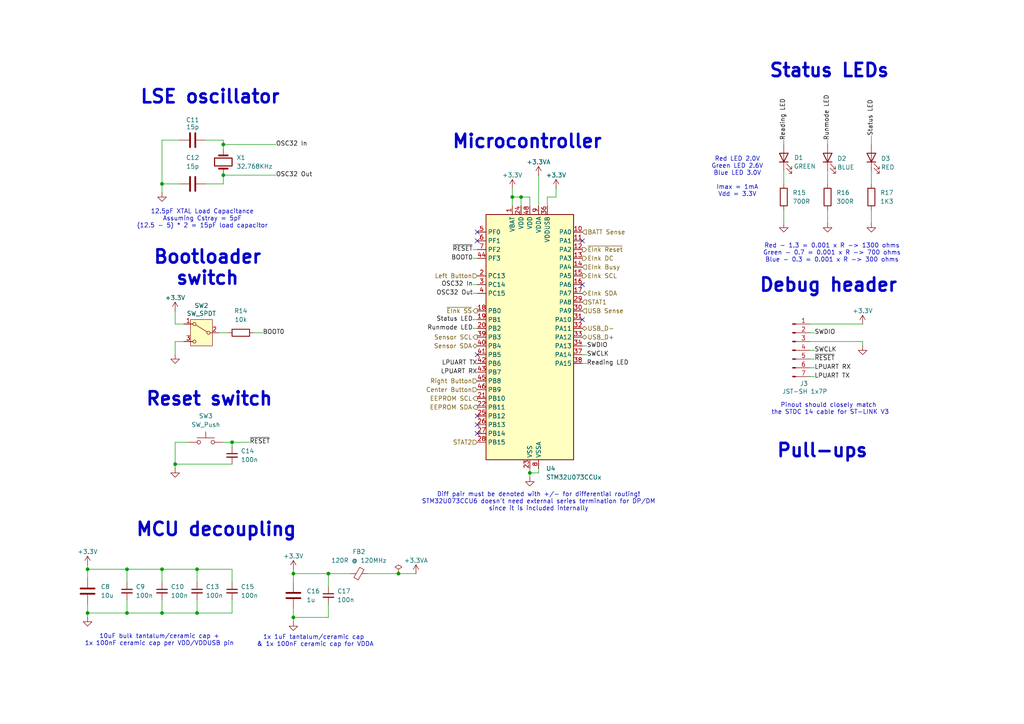
<source format=kicad_sch>
(kicad_sch (version 20250114) (generator "eeschema") (generator_version "9.0")
  (paper "A4")
  (title_block (title "Tiny Ambient Tracker - microcontroller"))
  (lib_symbols
    (symbol "Connector:Conn_01x07_Pin" (pin_names (offset 1.016) (hide yes))
      (property "Reference" "J" (at 0 10.16 0))
      (property "Value" "Conn_01x07_Pin" (at 0 -10.16 0))
      (symbol "Conn_01x07_Pin_1_1"
        (rectangle (start 0.8636 7.747) (end 0 7.493) (stroke (width 0.1524)) (fill (type outline)))
        (rectangle (start 0.8636 5.207) (end 0 4.953) (stroke (width 0.1524)) (fill (type outline)))
        (rectangle (start 0.8636 2.667) (end 0 2.413) (stroke (width 0.1524)) (fill (type outline)))
        (rectangle (start 0.8636 0.127) (end 0 -0.127) (stroke (width 0.1524)) (fill (type outline)))
        (rectangle (start 0.8636 -2.413) (end 0 -2.667) (stroke (width 0.1524)) (fill (type outline)))
        (rectangle (start 0.8636 -4.953) (end 0 -5.207) (stroke (width 0.1524)) (fill (type outline)))
        (rectangle (start 0.8636 -7.493) (end 0 -7.747) (stroke (width 0.1524)) (fill (type outline)))
        (polyline (pts (xy 1.27 7.62) (xy 0.8636 7.62)) (stroke (width 0.1524)))
        (polyline (pts (xy 1.27 5.08) (xy 0.8636 5.08)) (stroke (width 0.1524)))
        (polyline (pts (xy 1.27 2.54) (xy 0.8636 2.54)) (stroke (width 0.1524)))
        (polyline (pts (xy 1.27 0) (xy 0.8636 0)) (stroke (width 0.1524)))
        (polyline (pts (xy 1.27 -2.54) (xy 0.8636 -2.54)) (stroke (width 0.1524)))
        (polyline (pts (xy 1.27 -5.08) (xy 0.8636 -5.08)) (stroke (width 0.1524)))
        (polyline (pts (xy 1.27 -7.62) (xy 0.8636 -7.62)) (stroke (width 0.1524)))
        (pin passive line (at 5.08 7.62 180) (length 3.81) (name "Pin_1") (number "1"))
        (pin passive line (at 5.08 5.08 180) (length 3.81) (name "Pin_2") (number "2"))
        (pin passive line (at 5.08 2.54 180) (length 3.81) (name "Pin_3") (number "3"))
        (pin passive line (at 5.08 0 180) (length 3.81) (name "Pin_4") (number "4"))
        (pin passive line (at 5.08 -2.54 180) (length 3.81) (name "Pin_5") (number "5"))
        (pin passive line (at 5.08 -5.08 180) (length 3.81) (name "Pin_6") (number "6"))
        (pin passive line (at 5.08 -7.62 180) (length 3.81) (name "Pin_7") (number "7"))
      )
    )
    (symbol "Device:C" (pin_numbers (hide yes)) (pin_names (offset 0.254))
      (property "Reference" "C" (at 0.635 2.54 0))
      (property "Value" "C" (at 0.635 -2.54 0))
      (symbol "C_0_1"
        (polyline (pts (xy -2.032 0.762) (xy 2.032 0.762)) (stroke (width 0.508)))
        (polyline (pts (xy -2.032 -0.762) (xy 2.032 -0.762)) (stroke (width 0.508)))
      )
      (symbol "C_1_1"
        (pin passive line (at 0 3.81 270) (length 2.794) (name "~") (number "1"))
        (pin passive line (at 0 -3.81 90) (length 2.794) (name "~") (number "2"))
      )
    )
    (symbol "Device:C_Small" (pin_numbers (hide yes)) (pin_names (offset 0.254) (hide yes))
      (property "Reference" "C" (at 0.254 1.778 0))
      (property "Value" "C_Small" (at 0.254 -2.032 0))
      (symbol "C_Small_0_1"
        (polyline (pts (xy -1.524 0.508) (xy 1.524 0.508)) (stroke (width 0.3048)))
        (polyline (pts (xy -1.524 -0.508) (xy 1.524 -0.508)) (stroke (width 0.3302)))
      )
      (symbol "C_Small_1_1"
        (pin passive line (at 0 2.54 270) (length 2.032) (name "~") (number "1"))
        (pin passive line (at 0 -2.54 90) (length 2.032) (name "~") (number "2"))
      )
    )
    (symbol "Device:Crystal" (pin_numbers (hide yes)) (pin_names (offset 1.016) (hide yes))
      (property "Reference" "Y" (at 0 3.81 0))
      (property "Value" "Crystal" (at 0 -3.81 0))
      (symbol "Crystal_0_1"
        (polyline (pts (xy -2.54 0) (xy -1.905 0)))
        (polyline (pts (xy -1.905 -1.27) (xy -1.905 1.27)) (stroke (width 0.508)))
        (rectangle (start -1.143 2.54) (end 1.143 -2.54) (stroke (width 0.3048)))
        (polyline (pts (xy 1.905 -1.27) (xy 1.905 1.27)) (stroke (width 0.508)))
        (polyline (pts (xy 2.54 0) (xy 1.905 0)))
      )
      (symbol "Crystal_1_1"
        (pin passive line (at -3.81 0 0) (length 1.27) (name "1") (number "1"))
        (pin passive line (at 3.81 0 180) (length 1.27) (name "2") (number "2"))
      )
    )
    (symbol "Device:FerriteBead_Small" (pin_numbers (hide yes)) (pin_names (offset 0))
      (property "Reference" "FB" (at 1.905 1.27 0))
      (property "Value" "FerriteBead_Small" (at 1.905 -1.27 0))
      (symbol "FerriteBead_Small_0_1"
        (polyline (pts (xy -1.8288 0.2794) (xy -1.1176 1.4986) (xy 1.8288 -0.2032) (xy 1.1176 -1.4224) (xy -1.8288 0.2794)))
        (polyline (pts (xy 0 0.889) (xy 0 1.2954)))
        (polyline (pts (xy 0 -1.27) (xy 0 -0.7874)))
      )
      (symbol "FerriteBead_Small_1_1"
        (pin passive line (at 0 2.54 270) (length 1.27) (name "~") (number "1"))
        (pin passive line (at 0 -2.54 90) (length 1.27) (name "~") (number "2"))
      )
    )
    (symbol "Device:LED" (pin_numbers (hide yes)) (pin_names (offset 1.016) (hide yes))
      (property "Reference" "D" (at 0 2.54 0))
      (property "Value" "LED" (at 0 -2.54 0))
      (symbol "LED_0_1"
        (polyline (pts (xy -3.048 -0.762) (xy -4.572 -2.286) (xy -3.81 -2.286) (xy -4.572 -2.286) (xy -4.572 -1.524)))
        (polyline (pts (xy -1.778 -0.762) (xy -3.302 -2.286) (xy -2.54 -2.286) (xy -3.302 -2.286) (xy -3.302 -1.524)))
        (polyline (pts (xy -1.27 0) (xy 1.27 0)))
        (polyline (pts (xy -1.27 -1.27) (xy -1.27 1.27)) (stroke (width 0.254)))
        (polyline (pts (xy 1.27 -1.27) (xy 1.27 1.27) (xy -1.27 0) (xy 1.27 -1.27)) (stroke (width 0.254)))
      )
      (symbol "LED_1_1"
        (pin passive line (at -3.81 0 0) (length 2.54) (name "K") (number "1"))
        (pin passive line (at 3.81 0 180) (length 2.54) (name "A") (number "2"))
      )
    )
    (symbol "Device:R" (pin_numbers (hide yes)) (pin_names (offset 0))
      (property "Reference" "R" (at 2.032 0 90))
      (property "Value" "R" (at 0 0 90))
      (symbol "R_0_1"
        (rectangle (start -1.016 -2.54) (end 1.016 2.54) (stroke (width 0.254)))
      )
      (symbol "R_1_1"
        (pin passive line (at 0 3.81 270) (length 1.27) (name "~") (number "1"))
        (pin passive line (at 0 -3.81 90) (length 1.27) (name "~") (number "2"))
      )
    )
    (symbol "MCU_ST_STM32U0:STM32U073CCUx"
      (property "Reference" "U" (at -12.7 36.83 0))
      (property "Value" "STM32U073CCUx" (at 7.62 36.83 0))
      (symbol "STM32U073CCUx_0_1"
        (rectangle (start -12.7 -35.56) (end 12.7 35.56) (stroke (width 0.254)) (fill (type background)))
      )
      (symbol "STM32U073CCUx_1_1"
        (pin bidirectional line (at -15.24 30.48 0) (length 2.54) (name "PF0") (number "5"))
        (pin bidirectional line (at -15.24 27.94 0) (length 2.54) (name "PF1") (number "6"))
        (pin bidirectional line (at -15.24 25.4 0) (length 2.54) (name "PF2") (number "7"))
        (pin bidirectional line (at -15.24 22.86 0) (length 2.54) (name "PF3") (number "44"))
        (pin bidirectional line (at -15.24 17.78 0) (length 2.54) (name "PC13") (number "2"))
        (pin bidirectional line (at -15.24 15.24 0) (length 2.54) (name "PC14") (number "3"))
        (pin bidirectional line (at -15.24 12.7 0) (length 2.54) (name "PC15") (number "4"))
        (pin bidirectional line (at -15.24 7.62 0) (length 2.54) (name "PB0") (number "18"))
        (pin bidirectional line (at -15.24 5.08 0) (length 2.54) (name "PB1") (number "19"))
        (pin bidirectional line (at -15.24 2.54 0) (length 2.54) (name "PB2") (number "20"))
        (pin bidirectional line (at -15.24 0 0) (length 2.54) (name "PB3") (number "39"))
        (pin bidirectional line (at -15.24 -2.54 0) (length 2.54) (name "PB4") (number "40"))
        (pin bidirectional line (at -15.24 -5.08 0) (length 2.54) (name "PB5") (number "41"))
        (pin bidirectional line (at -15.24 -7.62 0) (length 2.54) (name "PB6") (number "42"))
        (pin bidirectional line (at -15.24 -10.16 0) (length 2.54) (name "PB7") (number "43"))
        (pin bidirectional line (at -15.24 -12.7 0) (length 2.54) (name "PB8") (number "45"))
        (pin bidirectional line (at -15.24 -15.24 0) (length 2.54) (name "PB9") (number "46"))
        (pin bidirectional line (at -15.24 -17.78 0) (length 2.54) (name "PB10") (number "21"))
        (pin bidirectional line (at -15.24 -20.32 0) (length 2.54) (name "PB11") (number "22"))
        (pin bidirectional line (at -15.24 -22.86 0) (length 2.54) (name "PB12") (number "25"))
        (pin bidirectional line (at -15.24 -25.4 0) (length 2.54) (name "PB13") (number "26"))
        (pin bidirectional line (at -15.24 -27.94 0) (length 2.54) (name "PB14") (number "27"))
        (pin bidirectional line (at -15.24 -30.48 0) (length 2.54) (name "PB15") (number "28"))
        (pin power_in line (at -5.08 38.1 270) (length 2.54) (name "VBAT") (number "1"))
        (pin power_in line (at -2.54 38.1 270) (length 2.54) (name "VDD") (number "24"))
        (pin power_in line (at 0 38.1 270) (length 2.54) (name "VDD") (number "48"))
        (pin power_in line (at 0 -38.1 90) (length 2.54) (name "VSS") (number "23"))
        (pin passive line (at 0 -38.1 90) (length 2.54) (hide yes) (name "VSS") (number "35"))
        (pin passive line (at 0 -38.1 90) (length 2.54) (hide yes) (name "VSS") (number "47"))
        (pin passive line (at 0 -38.1 90) (length 2.54) (hide yes) (name "VSS") (number "49"))
        (pin power_in line (at 2.54 38.1 270) (length 2.54) (name "VDDA") (number "9"))
        (pin power_in line (at 2.54 -38.1 90) (length 2.54) (name "VSSA") (number "8"))
        (pin power_in line (at 5.08 38.1 270) (length 2.54) (name "VDDUSB") (number "36"))
        (pin bidirectional line (at 15.24 30.48 180) (length 2.54) (name "PA0") (number "10"))
        (pin bidirectional line (at 15.24 27.94 180) (length 2.54) (name "PA1") (number "11"))
        (pin bidirectional line (at 15.24 25.4 180) (length 2.54) (name "PA2") (number "12"))
        (pin bidirectional line (at 15.24 22.86 180) (length 2.54) (name "PA3") (number "13"))
        (pin bidirectional line (at 15.24 20.32 180) (length 2.54) (name "PA4") (number "14"))
        (pin bidirectional line (at 15.24 17.78 180) (length 2.54) (name "PA5") (number "15"))
        (pin bidirectional line (at 15.24 15.24 180) (length 2.54) (name "PA6") (number "16"))
        (pin bidirectional line (at 15.24 12.7 180) (length 2.54) (name "PA7") (number "17"))
        (pin bidirectional line (at 15.24 10.16 180) (length 2.54) (name "PA8") (number "29"))
        (pin bidirectional line (at 15.24 7.62 180) (length 2.54) (name "PA9") (number "30"))
        (pin bidirectional line (at 15.24 5.08 180) (length 2.54) (name "PA10") (number "31"))
        (pin bidirectional line (at 15.24 2.54 180) (length 2.54) (name "PA11") (number "32"))
        (pin bidirectional line (at 15.24 0 180) (length 2.54) (name "PA12") (number "33"))
        (pin bidirectional line (at 15.24 -2.54 180) (length 2.54) (name "PA13") (number "34"))
        (pin bidirectional line (at 15.24 -5.08 180) (length 2.54) (name "PA14") (number "37"))
        (pin bidirectional line (at 15.24 -7.62 180) (length 2.54) (name "PA15") (number "38"))
      )
    )
    (symbol "Switch:SW_Push" (pin_numbers (hide yes)) (pin_names (offset 1.016) (hide yes))
      (property "Reference" "SW" (at 1.27 2.54 0))
      (property "Value" "SW_Push" (at 0 -1.524 0))
      (symbol "SW_Push_0_1"
        (circle (center -2.032 0) (radius 0.508))
        (polyline (pts (xy 0 1.27) (xy 0 3.048)))
        (circle (center 2.032 0) (radius 0.508))
        (polyline (pts (xy 2.54 1.27) (xy -2.54 1.27)))
        (pin passive line (at -5.08 0 0) (length 2.54) (name "1") (number "1"))
        (pin passive line (at 5.08 0 180) (length 2.54) (name "2") (number "2"))
      )
    )
    (symbol "Switch:SW_SPDT" (pin_names (offset 0) (hide yes))
      (property "Reference" "SW" (at 0 5.08 0))
      (property "Value" "SW_SPDT" (at 0 -5.08 0))
      (symbol "SW_SPDT_0_1"
        (circle (center -2.032 0) (radius 0.4572))
        (polyline (pts (xy -1.651 0.254) (xy 1.651 2.286)))
        (circle (center 2.032 2.54) (radius 0.4572))
        (circle (center 2.032 -2.54) (radius 0.4572))
      )
      (symbol "SW_SPDT_1_1"
        (rectangle (start -3.175 3.81) (end 3.175 -3.81) (fill (type background)))
        (pin passive line (at -5.08 0 0) (length 2.54) (name "B") (number "2"))
        (pin passive line (at 5.08 2.54 180) (length 2.54) (name "A") (number "1"))
        (pin passive line (at 5.08 -2.54 180) (length 2.54) (name "C") (number "3"))
      )
    )
    (symbol "power:+3.3V" (power) (pin_numbers (hide yes)) (pin_names (offset 0) (hide yes))
      (property "Value" "+3.3V" (at 0 3.556 0))
      (symbol "+3.3V_0_1"
        (polyline (pts (xy -0.762 1.27) (xy 0 2.54)))
        (polyline (pts (xy 0 2.54) (xy 0.762 1.27)))
        (polyline (pts (xy 0 0) (xy 0 2.54)))
      )
      (symbol "+3.3V_1_1"
        (pin power_in line (at 0 0 90) (length 0) (name "~") (number "1"))
      )
    )
    (symbol "power:+3.3VA" (power) (pin_numbers (hide yes)) (pin_names (offset 0) (hide yes))
      (property "Value" "+3.3VA" (at 0 3.556 0))
      (symbol "+3.3VA_0_1"
        (polyline (pts (xy -0.762 1.27) (xy 0 2.54)))
        (polyline (pts (xy 0 2.54) (xy 0.762 1.27)))
        (polyline (pts (xy 0 0) (xy 0 2.54)))
      )
      (symbol "+3.3VA_1_1"
        (pin power_in line (at 0 0 90) (length 0) (name "~") (number "1"))
      )
    )
    (symbol "power:GND" (power) (pin_numbers (hide yes)) (pin_names (offset 0) (hide yes))
      (property "Value" "GND" (at 0 -3.81 0))
      (symbol "GND_0_1"
        (polyline (pts (xy 0 0) (xy 0 -1.27) (xy 1.27 -1.27) (xy 0 -2.54) (xy -1.27 -1.27) (xy 0 -1.27)))
      )
      (symbol "GND_1_1"
        (pin power_in line (at 0 0 270) (length 0) (name "~") (number "1"))
      )
    )
    (symbol "power:PWR_FLAG" (power) (pin_numbers (hide yes)) (pin_names (offset 0) (hide yes))
      (property "Value" "PWR_FLAG" (at 0 3.81 0))
      (symbol "PWR_FLAG_0_0"
        (pin power_out line (at 0 0 90) (length 0) (name "~") (number "1"))
      )
      (symbol "PWR_FLAG_0_1"
        (polyline (pts (xy 0 0) (xy 0 1.27) (xy -1.016 1.905) (xy 0 2.54) (xy 1.016 1.905) (xy 0 1.27)))
      )
    )
  )
  (text "LSE oscillator" (at 60.96 28.194 0) (effects (font (size 3.81 3.81) (thickness 0.762) (bold yes))))
  (text "Red - 1.3 = 0.001 x R -> 1300 ohms\nGreen - 0.7 = 0.001 x R -> 700 ohms\nBlue - 0.3 = 0.001 x R -> 300 ohms" (at 241.3 73.406 0) (effects (font (size 1.27 1.27))))
  (text "12.5pF XTAL Load Capacitance\nAssuming Cstray = 5pF\n(12.5 - 5) * 2 = 15pF load capacitor" (at 58.674 63.5 0) (effects (font (size 1.27 1.27))))
  (text "1x 1uF tantalum/ceramic cap \n& 1x 100nF ceramic cap for VDDA" (at 91.44 185.928 0) (effects (font (size 1.27 1.27))))
  (text "Reset switch" (at 60.706 115.824 0) (effects (font (size 3.81 3.81) (thickness 0.762) (bold yes))))
  (text "Diff pair must be denoted with +/- for differential routing!\nSTM32U073CCU6 doesn't need external series termination for DP/DM\nsince it is included internally" (at 156.21 145.542 0) (effects (font (size 1.27 1.27))))
  (text "Microcontroller" (at 152.908 41.148 0) (effects (font (size 3.81 3.81) (thickness 0.762) (bold yes))))
  (text "Red LED 2.0V\nGreen LED 2.6V\nBlue LED 3.0V\n\nImax = 1mA\nVdd = 3.3V" (at 213.868 51.308 0) (effects (font (size 1.27 1.27))))
  (text "MCU decoupling" (at 62.738 153.67 0) (effects (font (size 3.81 3.81) (thickness 0.762) (bold yes))))
  (text "Debug header" (at 240.284 82.804 0) (effects (font (size 3.81 3.81) (thickness 0.762) (bold yes))))
  (text "Bootloader\nswitch" (at 60.198 77.724 0) (effects (font (size 3.81 3.81) (thickness 0.762) (bold yes))))
  (text "Pinout should closely match \nthe STDC 14 cable for ST-LINK V3" (at 240.792 118.618 0) (effects (font (size 1.27 1.27))))
  (text "Status LEDs" (at 240.538 20.574 0) (effects (font (size 3.81 3.81) (thickness 0.762) (bold yes))))
  (text "10uF bulk tantalum/ceramic cap +\n1x 100nF ceramic cap per VDD/VDDUSB pin\n" (at 46.228 185.674 0) (effects (font (size 1.27 1.27))))
  (text "Pull-ups" (at 238.506 130.81 0) (effects (font (size 3.81 3.81) (thickness 0.762) (bold yes))))
  (junction (at 50.8 134.62))
  (junction (at 46.99 53.34))
  (junction (at 25.4 165.1))
  (junction (at 115.57 166.37))
  (junction (at 64.77 41.91))
  (junction (at 64.77 50.8))
  (junction (at 85.09 179.07))
  (junction (at 36.83 165.1))
  (junction (at 151.13 57.15))
  (junction (at 148.59 57.15))
  (junction (at 85.09 166.37))
  (junction (at 25.4 177.8))
  (junction (at 153.67 137.16))
  (junction (at 57.15 165.1))
  (junction (at 46.99 165.1))
  (junction (at 67.31 128.27))
  (junction (at 46.99 177.8))
  (junction (at 95.25 166.37))
  (junction (at 57.15 177.8))
  (junction (at 36.83 177.8))
  (no_connect (at 138.43 123.19))
  (no_connect (at 138.43 69.85))
  (no_connect (at 138.43 120.65))
  (no_connect (at 138.43 67.31))
  (no_connect (at 138.43 125.73))
  (no_connect (at 138.43 102.87))
  (no_connect (at 168.91 69.85))
  (no_connect (at 168.91 82.55))
  (no_connect (at 168.91 92.71))
  (wire (pts (xy 50.8 93.98) (xy 53.34 93.98)))
  (wire (pts (xy 52.07 40.64) (xy 46.99 40.64)))
  (wire (pts (xy 106.68 166.37) (xy 115.57 166.37)))
  (wire (pts (xy 67.31 165.1) (xy 57.15 165.1)))
  (wire (pts (xy 64.77 50.8) (xy 80.01 50.8)))
  (wire (pts (xy 156.21 137.16) (xy 153.67 137.16)))
  (wire (pts (xy 148.59 54.61) (xy 148.59 57.15)))
  (wire (pts (xy 153.67 137.16) (xy 153.67 138.43)))
  (wire (pts (xy 137.16 82.55) (xy 138.43 82.55)))
  (wire (pts (xy 36.83 173.99) (xy 36.83 177.8)))
  (wire (pts (xy 46.99 168.91) (xy 46.99 165.1)))
  (wire (pts (xy 50.8 135.89) (xy 50.8 134.62)))
  (wire (pts (xy 252.73 60.96) (xy 252.73 64.77)))
  (wire (pts (xy 148.59 57.15) (xy 151.13 57.15)))
  (wire (pts (xy 50.8 99.06) (xy 50.8 102.87)))
  (wire (pts (xy 115.57 166.37) (xy 120.65 166.37)))
  (wire (pts (xy 252.73 49.53) (xy 252.73 53.34)))
  (wire (pts (xy 161.29 54.61) (xy 161.29 57.15)))
  (wire (pts (xy 137.16 92.71) (xy 138.43 92.71)))
  (wire (pts (xy 46.99 173.99) (xy 46.99 177.8)))
  (wire (pts (xy 64.77 41.91) (xy 80.01 41.91)))
  (wire (pts (xy 64.77 128.27) (xy 67.31 128.27)))
  (wire (pts (xy 153.67 135.89) (xy 153.67 137.16)))
  (wire (pts (xy 64.77 41.91) (xy 64.77 40.64)))
  (wire (pts (xy 95.25 166.37) (xy 101.6 166.37)))
  (wire (pts (xy 57.15 165.1) (xy 57.15 168.91)))
  (wire (pts (xy 151.13 57.15) (xy 153.67 57.15)))
  (wire (pts (xy 170.18 105.41) (xy 168.91 105.41)))
  (wire (pts (xy 64.77 50.8) (xy 64.77 53.34)))
  (wire (pts (xy 234.95 101.6) (xy 236.22 101.6)))
  (wire (pts (xy 85.09 179.07) (xy 85.09 180.34)))
  (wire (pts (xy 25.4 175.26) (xy 25.4 177.8)))
  (wire (pts (xy 67.31 173.99) (xy 67.31 177.8)))
  (wire (pts (xy 67.31 128.27) (xy 72.39 128.27)))
  (wire (pts (xy 170.18 100.33) (xy 168.91 100.33)))
  (wire (pts (xy 36.83 165.1) (xy 36.83 168.91)))
  (wire (pts (xy 250.19 100.33) (xy 250.19 99.06)))
  (wire (pts (xy 156.21 50.8) (xy 156.21 59.69)))
  (wire (pts (xy 85.09 166.37) (xy 85.09 168.91)))
  (wire (pts (xy 59.69 40.64) (xy 64.77 40.64)))
  (wire (pts (xy 153.67 59.69) (xy 153.67 57.15)))
  (wire (pts (xy 46.99 165.1) (xy 36.83 165.1)))
  (wire (pts (xy 67.31 168.91) (xy 67.31 165.1)))
  (wire (pts (xy 64.77 43.18) (xy 64.77 41.91)))
  (wire (pts (xy 59.69 53.34) (xy 64.77 53.34)))
  (wire (pts (xy 234.95 96.52) (xy 236.22 96.52)))
  (wire (pts (xy 156.21 135.89) (xy 156.21 137.16)))
  (wire (pts (xy 227.33 40.64) (xy 227.33 41.91)))
  (wire (pts (xy 95.25 179.07) (xy 95.25 175.26)))
  (wire (pts (xy 151.13 57.15) (xy 151.13 59.69)))
  (wire (pts (xy 234.95 109.22) (xy 236.22 109.22)))
  (wire (pts (xy 85.09 179.07) (xy 95.25 179.07)))
  (wire (pts (xy 137.16 72.39) (xy 138.43 72.39)))
  (wire (pts (xy 148.59 57.15) (xy 148.59 59.69)))
  (wire (pts (xy 227.33 49.53) (xy 227.33 53.34)))
  (wire (pts (xy 95.25 170.18) (xy 95.25 166.37)))
  (wire (pts (xy 73.66 96.52) (xy 76.2 96.52)))
  (wire (pts (xy 50.8 128.27) (xy 50.8 134.62)))
  (wire (pts (xy 46.99 177.8) (xy 36.83 177.8)))
  (wire (pts (xy 54.61 128.27) (xy 50.8 128.27)))
  (wire (pts (xy 46.99 165.1) (xy 57.15 165.1)))
  (wire (pts (xy 240.03 60.96) (xy 240.03 64.77)))
  (wire (pts (xy 85.09 176.53) (xy 85.09 179.07)))
  (wire (pts (xy 234.95 99.06) (xy 250.19 99.06)))
  (wire (pts (xy 227.33 60.96) (xy 227.33 64.77)))
  (wire (pts (xy 25.4 177.8) (xy 36.83 177.8)))
  (wire (pts (xy 50.8 134.62) (xy 67.31 134.62)))
  (wire (pts (xy 46.99 53.34) (xy 46.99 55.88)))
  (wire (pts (xy 161.29 57.15) (xy 158.75 57.15)))
  (wire (pts (xy 46.99 40.64) (xy 46.99 53.34)))
  (wire (pts (xy 234.95 93.98) (xy 250.19 93.98)))
  (wire (pts (xy 234.95 104.14) (xy 236.22 104.14)))
  (wire (pts (xy 240.03 49.53) (xy 240.03 53.34)))
  (wire (pts (xy 137.16 95.25) (xy 138.43 95.25)))
  (wire (pts (xy 158.75 59.69) (xy 158.75 57.15)))
  (wire (pts (xy 57.15 177.8) (xy 46.99 177.8)))
  (wire (pts (xy 137.16 74.93) (xy 138.43 74.93)))
  (wire (pts (xy 252.73 39.37) (xy 252.73 41.91)))
  (wire (pts (xy 137.16 85.09) (xy 138.43 85.09)))
  (wire (pts (xy 67.31 177.8) (xy 57.15 177.8)))
  (wire (pts (xy 25.4 179.07) (xy 25.4 177.8)))
  (wire (pts (xy 52.07 53.34) (xy 46.99 53.34)))
  (wire (pts (xy 36.83 165.1) (xy 25.4 165.1)))
  (wire (pts (xy 67.31 128.27) (xy 67.31 129.54)))
  (wire (pts (xy 25.4 165.1) (xy 25.4 167.64)))
  (wire (pts (xy 57.15 173.99) (xy 57.15 177.8)))
  (wire (pts (xy 234.95 106.68) (xy 236.22 106.68)))
  (wire (pts (xy 170.18 102.87) (xy 168.91 102.87)))
  (wire (pts (xy 25.4 163.83) (xy 25.4 165.1)))
  (wire (pts (xy 85.09 165.1) (xy 85.09 166.37)))
  (wire (pts (xy 95.25 166.37) (xy 85.09 166.37)))
  (wire (pts (xy 50.8 90.17) (xy 50.8 93.98)))
  (wire (pts (xy 53.34 99.06) (xy 50.8 99.06)))
  (wire (pts (xy 63.5 96.52) (xy 66.04 96.52)))
  (wire (pts (xy 240.03 40.64) (xy 240.03 41.91)))
  (label "BOOT0" (at 137.16 74.93 180))
  (label "LPUART RX" (at 138.43 107.95 180))
  (label "OSC32 Out" (at 137.16 85.09 180))
  (label "LPUART TX" (at 138.43 105.41 180))
  (label "BOOT0" (at 76.2 96.52 0))
  (label "LPUART TX" (at 236.22 109.22 0))
  (label "LPUART RX" (at 236.22 106.68 0))
  (label "Runmode LED" (at 240.03 40.64 90))
  (label "SWDIO" (at 170.18 100.33 0))
  (label "OSC32 Out" (at 80.01 50.8 0))
  (label "Reading LED" (at 170.18 105.41 0))
  (label "SWDIO" (at 236.22 96.52 0))
  (label "Status LED" (at 252.73 39.37 90))
  (label "~{RESET}" (at 72.39 128.27 0))
  (label "~{RESET}" (at 137.16 72.39 180))
  (label "Runmode LED" (at 137.16 95.25 180))
  (label "OSC32 In" (at 137.16 82.55 180))
  (label "~{RESET}" (at 236.22 104.14 0))
  (label "SWCLK" (at 170.18 102.87 0))
  (label "OSC32 In" (at 80.01 41.91 0))
  (label "SWCLK" (at 236.22 101.6 0))
  (label "Reading LED" (at 227.33 40.64 90))
  (label "Status LED" (at 137.16 92.71 180))
  (hierarchical_label "Center Button" (shape input) (at 138.43 113.03 180))
  (hierarchical_label "USB_D-" (shape bidirectional) (at 168.91 95.25 0))
  (hierarchical_label "EInk Busy" (shape input) (at 168.91 77.47 0))
  (hierarchical_label "STAT2" (shape input) (at 138.43 128.27 180))
  (hierarchical_label "~{EInk SS}" (shape output) (at 138.43 90.17 180))
  (hierarchical_label "USB Sense" (shape input) (at 168.91 90.17 0))
  (hierarchical_label "EInk SCL" (shape output) (at 168.91 80.01 0))
  (hierarchical_label "Right Button" (shape input) (at 138.43 110.49 180))
  (hierarchical_label "Sensor SDA" (shape bidirectional) (at 138.43 100.33 180))
  (hierarchical_label "EInk DC" (shape output) (at 168.91 74.93 0))
  (hierarchical_label "EEPROM SCL" (shape output) (at 138.43 115.57 180))
  (hierarchical_label "EInk SDA" (shape bidirectional) (at 168.91 85.09 0))
  (hierarchical_label "Sensor SCL" (shape output) (at 138.43 97.79 180))
  (hierarchical_label "EEPROM SDA" (shape output) (at 138.43 118.11 180))
  (hierarchical_label "BATT Sense" (shape input) (at 168.91 67.31 0))
  (hierarchical_label "Left Button" (shape input) (at 138.43 80.01 180))
  (hierarchical_label "USB_D+" (shape bidirectional) (at 168.91 97.79 0))
  (hierarchical_label "STAT1" (shape input) (at 168.91 87.63 0))
  (hierarchical_label "~{EInk Reset}" (shape output) (at 168.91 72.39 0))
  (symbol (lib_id "power:GND") (at 252.73 64.77 0) (unit 1)
    (property "Reference" "#PWR036" (effects (hide yes)))
    (property "Value" "GND" (effects (hide yes)))
    (property "Description" "Power symbol creates a global label with name \"GND\" , ground" (effects (hide yes)))
  )
  (symbol (lib_id "power:GND") (at 240.03 64.77 0) (unit 1)
    (property "Reference" "#PWR033" (effects (hide yes)))
    (property "Value" "GND" (effects (hide yes)))
    (property "Description" "Power symbol creates a global label with name \"GND\" , ground" (effects (hide yes)))
  )
  (symbol (lib_id "Device:C_Small") (at 95.25 172.72 0) (unit 1)
    (property "Reference" "C17" (at 97.79 171.4562 0) (effects (justify left)))
    (property "Value" "100n" (at 97.79 173.9962 0) (effects (justify left)))
    (property "Description" "Unpolarized capacitor, small symbol" (effects (hide yes)))
  )
  (symbol (lib_id "Device:C_Small") (at 67.31 132.08 0) (unit 1)
    (property "Reference" "C14" (at 69.85 130.8162 0) (effects (justify left)))
    (property "Value" "100n" (at 69.85 133.3562 0) (effects (justify left)))
    (property "Description" "Unpolarized capacitor, small symbol" (effects (hide yes)))
  )
  (symbol (lib_id "Switch:SW_SPDT") (at 58.42 96.52 0) (mirror y) (unit 1)
    (property "Reference" "SW2" (at 58.42 88.646 0))
    (property "Value" "SW_SPDT" (at 58.42 90.932 0))
    (property "Description" "Switch, single pole double throw" (effects (hide yes)))
  )
  (symbol (lib_id "Device:R") (at 227.33 57.15 0) (unit 1)
    (property "Reference" "R15" (at 229.87 55.8799 0) (effects (justify left)))
    (property "Value" "700R" (at 229.87 58.4199 0) (effects (justify left)))
    (property "Description" "Resistor" (effects (hide yes)))
  )
  (symbol (lib_id "Device:Crystal") (at 64.77 46.99 270) (unit 1)
    (property "Reference" "X1" (at 68.58 45.7199 90) (effects (justify left)))
    (property "Value" "32.768KHz" (at 68.58 48.2599 90) (effects (justify left)))
    (property "Description" "Two pin crystal" (effects (hide yes)))
  )
  (symbol (lib_id "Device:C") (at 25.4 171.45 0) (unit 1)
    (property "Reference" "C8" (at 29.21 170.1799 0) (effects (justify left)))
    (property "Value" "10u" (at 29.21 172.7199 0) (effects (justify left)))
    (property "Description" "Unpolarized capacitor" (effects (hide yes)))
  )
  (symbol (lib_id "power:+3.3V") (at 25.4 163.83 0) (unit 1)
    (property "Reference" "#PWR019" (effects (hide yes)))
    (property "Value" "+3.3V" (at 25.4 160.02 0))
    (property "Description" "Power symbol creates a global label with name \"+3.3V\"" (effects (hide yes)))
  )
  (symbol (lib_id "Device:R") (at 69.85 96.52 90) (unit 1)
    (property "Reference" "R14" (at 69.85 90.17 90))
    (property "Value" "10k" (at 69.85 92.71 90))
    (property "Description" "Resistor" (effects (hide yes)))
  )
  (symbol (lib_id "Device:C") (at 55.88 53.34 90) (unit 1)
    (property "Reference" "C12" (at 55.88 45.72 90))
    (property "Value" "15p" (at 55.88 48.26 90))
    (property "Description" "Unpolarized capacitor" (effects (hide yes)))
  )
  (symbol (lib_id "Device:C_Small") (at 67.31 171.45 0) (unit 1)
    (property "Reference" "C15" (at 69.85 170.1862 0) (effects (justify left)))
    (property "Value" "100n" (at 69.85 172.7262 0) (effects (justify left)))
    (property "Description" "Unpolarized capacitor, small symbol" (effects (hide yes)))
  )
  (symbol (lib_id "Switch:SW_Push") (at 59.69 128.27 0) (unit 1)
    (property "Reference" "SW3" (at 59.69 120.65 0))
    (property "Value" "SW_Push" (at 59.69 123.19 0))
    (property "Description" "Push button switch, generic, two pins" (effects (hide yes)))
  )
  (symbol (lib_id "Connector:Conn_01x07_Pin") (at 229.87 101.6 0) (unit 1)
    (property "Reference" "J3" (at 233.172 111.252 0))
    (property "Value" "JST-SH 1x7P" (at 233.426 113.538 0))
    (property "Description" "Generic connector, single row, 01x07, script generated" (effects (hide yes)))
  )
  (symbol (lib_id "power:+3.3V") (at 161.29 54.61 0) (unit 1)
    (property "Reference" "#PWR031" (effects (hide yes)))
    (property "Value" "+3.3V" (at 161.29 50.8 0))
    (property "Description" "Power symbol creates a global label with name \"+3.3V\"" (effects (hide yes)))
  )
  (symbol (lib_id "power:GND") (at 153.67 138.43 0) (unit 1)
    (property "Reference" "#PWR029" (effects (hide yes)))
    (property "Value" "GND" (effects (hide yes)))
    (property "Description" "Power symbol creates a global label with name \"GND\" , ground" (effects (hide yes)))
  )
  (symbol (lib_id "power:+3.3V") (at 148.59 54.61 0) (unit 1)
    (property "Reference" "#PWR028" (effects (hide yes)))
    (property "Value" "+3.3V" (at 148.59 50.8 0))
    (property "Description" "Power symbol creates a global label with name \"+3.3V\"" (effects (hide yes)))
  )
  (symbol (lib_id "power:GND") (at 227.33 64.77 0) (unit 1)
    (property "Reference" "#PWR032" (effects (hide yes)))
    (property "Value" "GND" (effects (hide yes)))
    (property "Description" "Power symbol creates a global label with name \"GND\" , ground" (effects (hide yes)))
  )
  (symbol (lib_id "power:GND") (at 50.8 135.89 0) (unit 1)
    (property "Reference" "#PWR024" (effects (hide yes)))
    (property "Value" "GND" (effects (hide yes)))
    (property "Description" "Power symbol creates a global label with name \"GND\" , ground" (effects (hide yes)))
  )
  (symbol (lib_id "power:+3.3VA") (at 156.21 50.8 0) (unit 1)
    (property "Reference" "#PWR030" (effects (hide yes)))
    (property "Value" "+3.3VA" (at 156.21 46.99 0))
    (property "Description" "Power symbol creates a global label with name \"+3.3VA\"" (effects (hide yes)))
  )
  (symbol (lib_id "power:GND") (at 25.4 179.07 0) (unit 1)
    (property "Reference" "#PWR020" (effects (hide yes)))
    (property "Value" "GND" (effects (hide yes)))
    (property "Description" "Power symbol creates a global label with name \"GND\" , ground" (effects (hide yes)))
  )
  (symbol (lib_id "power:+3.3VA") (at 120.65 166.37 0) (unit 1)
    (property "Reference" "#PWR027" (effects (hide yes)))
    (property "Value" "+3.3VA" (at 120.65 162.56 0))
    (property "Description" "Power symbol creates a global label with name \"+3.3VA\"" (effects (hide yes)))
  )
  (symbol (lib_id "Device:C_Small") (at 57.15 171.45 0) (unit 1)
    (property "Reference" "C13" (at 59.69 170.1862 0) (effects (justify left)))
    (property "Value" "100n" (at 59.69 172.7262 0) (effects (justify left)))
    (property "Description" "Unpolarized capacitor, small symbol" (effects (hide yes)))
  )
  (symbol (lib_id "Device:LED") (at 252.73 45.72 90) (unit 1)
    (property "Reference" "D3" (at 255.524 45.974 90) (effects (justify right)))
    (property "Value" "RED" (at 255.524 48.514 90) (effects (justify right)))
    (property "Description" "Light emitting diode" (effects (hide yes)))
    (property "Sim.Pins" "1=K 2=A" (effects (hide yes)))
  )
  (symbol (lib_id "Device:C") (at 55.88 40.64 90) (unit 1)
    (property "Reference" "C11" (at 55.88 34.798 90))
    (property "Value" "15p" (at 55.88 36.83 90))
    (property "Description" "Unpolarized capacitor" (effects (hide yes)))
  )
  (symbol (lib_id "power:GND") (at 50.8 102.87 0) (unit 1)
    (property "Reference" "#PWR023" (effects (hide yes)))
    (property "Value" "GND" (effects (hide yes)))
    (property "Description" "Power symbol creates a global label with name \"GND\" , ground" (effects (hide yes)))
  )
  (symbol (lib_id "power:GND") (at 85.09 180.34 0) (unit 1)
    (property "Reference" "#PWR026" (effects (hide yes)))
    (property "Value" "GND" (effects (hide yes)))
    (property "Description" "Power symbol creates a global label with name \"GND\" , ground" (effects (hide yes)))
  )
  (symbol (lib_id "Device:R") (at 252.73 57.15 0) (unit 1)
    (property "Reference" "R17" (at 255.27 55.8799 0) (effects (justify left)))
    (property "Value" "1K3" (at 255.27 58.4199 0) (effects (justify left)))
    (property "Description" "Resistor" (effects (hide yes)))
  )
  (symbol (lib_id "power:GND") (at 250.19 100.33 0) (unit 1)
    (property "Reference" "#PWR035" (effects (hide yes)))
    (property "Value" "GND" (effects (hide yes)))
    (property "Description" "Power symbol creates a global label with name \"GND\" , ground" (effects (hide yes)))
  )
  (symbol (lib_id "Device:FerriteBead_Small") (at 104.14 166.37 90) (unit 1)
    (property "Reference" "FB2" (at 104.1019 160.02 90))
    (property "Value" "120R @ 120MHz" (at 104.1019 162.56 90))
    (property "Description" "Ferrite bead, small symbol" (effects (hide yes)))
  )
  (symbol (lib_id "Device:C") (at 85.09 172.72 0) (unit 1)
    (property "Reference" "C16" (at 88.9 171.4499 0) (effects (justify left)))
    (property "Value" "1u" (at 88.9 173.9899 0) (effects (justify left)))
    (property "Description" "Unpolarized capacitor" (effects (hide yes)))
  )
  (symbol (lib_id "Device:R") (at 240.03 57.15 0) (unit 1)
    (property "Reference" "R16" (at 242.57 55.8799 0) (effects (justify left)))
    (property "Value" "300R" (at 242.57 58.4199 0) (effects (justify left)))
    (property "Description" "Resistor" (effects (hide yes)))
  )
  (symbol (lib_id "Device:C_Small") (at 36.83 171.45 0) (unit 1)
    (property "Reference" "C9" (at 39.37 170.1862 0) (effects (justify left)))
    (property "Value" "100n" (at 39.37 172.7262 0) (effects (justify left)))
    (property "Description" "Unpolarized capacitor, small symbol" (effects (hide yes)))
  )
  (symbol (lib_id "Device:LED") (at 240.03 45.72 90) (unit 1)
    (property "Reference" "D2" (at 242.824 45.974 90) (effects (justify right)))
    (property "Value" "BLUE" (at 242.824 48.514 90) (effects (justify right)))
    (property "Description" "Light emitting diode" (effects (hide yes)))
    (property "Sim.Pins" "1=K 2=A" (effects (hide yes)))
  )
  (symbol (lib_id "power:+3.3V") (at 50.8 90.17 0) (unit 1)
    (property "Reference" "#PWR022" (effects (hide yes)))
    (property "Value" "+3.3V" (at 50.8 86.36 0))
    (property "Description" "Power symbol creates a global label with name \"+3.3V\"" (effects (hide yes)))
  )
  (symbol (lib_id "MCU_ST_STM32U0:STM32U073CCUx") (at 153.67 97.79 0) (unit 1)
    (property "Reference" "U4" (at 158.3533 135.89 0) (effects (justify left)))
    (property "Value" "STM32U073CCUx" (at 158.3533 138.43 0) (effects (justify left)))
    (property "Footprint" "Package_DFN_QFN:QFN-48-1EP_7x7mm_P0.5mm_EP5.6x5.6mm" (effects (hide yes)))
    (property "Datasheet" "https://www.st.com/resource/en/datasheet/stm32u073cc.pdf" (effects (hide yes)))
    (property "Description" "STMicroelectronics Arm Cortex-M0+ MCU, 256KB flash, 40KB RAM, 56 MHz, 39 GPIO, UFQFPN48" (effects (hide yes)))
  )
  (symbol (lib_id "power:+3.3V") (at 85.09 165.1 0) (unit 1)
    (property "Reference" "#PWR025" (effects (hide yes)))
    (property "Value" "+3.3V" (at 85.09 161.29 0))
    (property "Description" "Power symbol creates a global label with name \"+3.3V\"" (effects (hide yes)))
  )
  (symbol (lib_id "Device:LED") (at 227.33 45.72 90) (unit 1)
    (property "Reference" "D1" (at 231.648 45.72 90))
    (property "Value" "GREEN" (at 233.426 48.26 90))
    (property "Description" "Light emitting diode" (effects (hide yes)))
    (property "Sim.Pins" "1=K 2=A" (effects (hide yes)))
  )
  (symbol (lib_id "power:+3.3V") (at 250.19 93.98 0) (unit 1)
    (property "Reference" "#PWR034" (effects (hide yes)))
    (property "Value" "+3.3V" (at 250.19 90.17 0))
    (property "Description" "Power symbol creates a global label with name \"+3.3V\"" (effects (hide yes)))
  )
  (symbol (lib_id "power:PWR_FLAG") (at 115.57 166.37 0) (unit 1)
    (property "Reference" "#FLG04" (effects (hide yes)))
    (property "Value" "PWR_FLAG" (effects (hide yes)))
    (property "Description" "Special symbol for telling ERC where power comes from" (effects (hide yes)))
  )
  (symbol (lib_id "power:GND") (at 46.99 55.88 0) (unit 1)
    (property "Reference" "#PWR021" (effects (hide yes)))
    (property "Value" "GND" (effects (hide yes)))
    (property "Description" "Power symbol creates a global label with name \"GND\" , ground" (effects (hide yes)))
  )
  (symbol (lib_id "Device:C_Small") (at 46.99 171.45 0) (unit 1)
    (property "Reference" "C10" (at 49.53 170.1862 0) (effects (justify left)))
    (property "Value" "100n" (at 49.53 172.7262 0) (effects (justify left)))
    (property "Description" "Unpolarized capacitor, small symbol" (effects (hide yes)))
  )
)
</source>
